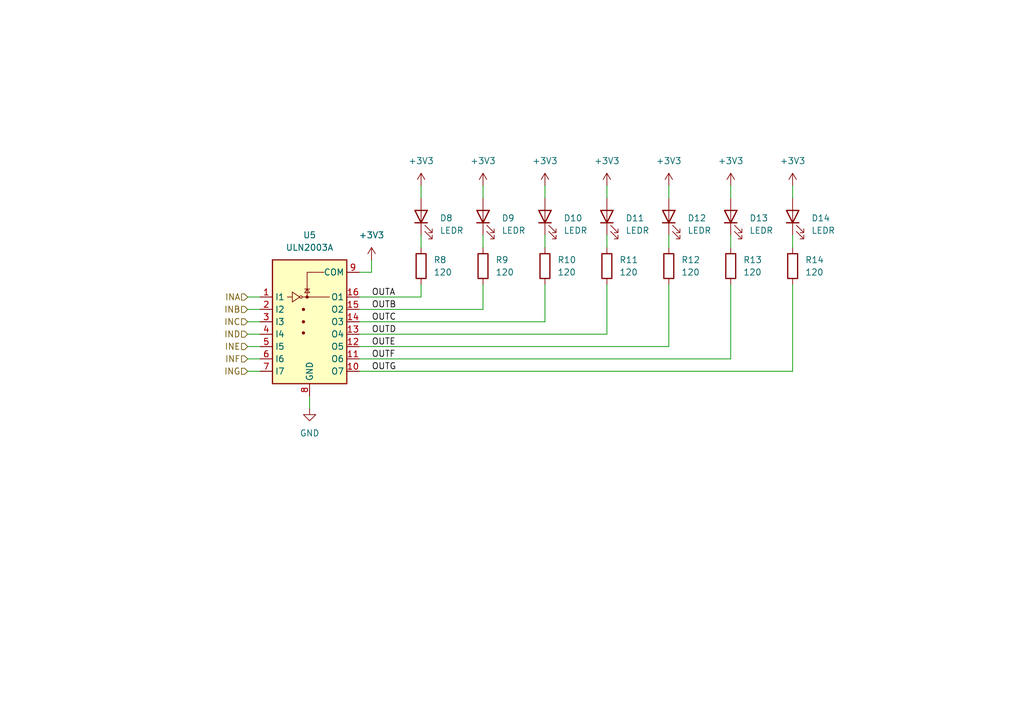
<source format=kicad_sch>
(kicad_sch (version 20231120) (generator "eeschema") (generator_version "8.0")
  (paper "A5")
  (lib_symbols
    (symbol "Device:LED" (pin_numbers hide) (pin_names (offset 1.016) hide)
      (property "Reference" "D" (at 0 2.54 0))
      (property "Value" "LED" (at 0 -2.54 0))
      (symbol "LED_0_1"
        (polyline (pts (xy -1.27 -1.27) (xy -1.27 1.27)) (stroke (width 0.254)))
        (polyline (pts (xy -1.27 0) (xy 1.27 0)))
        (polyline (pts (xy 1.27 -1.27) (xy 1.27 1.27) (xy -1.27 0) (xy 1.27 -1.27)) (stroke (width 0.254)))
        (polyline (pts (xy -3.048 -0.762) (xy -4.572 -2.286) (xy -3.81 -2.286) (xy -4.572 -2.286) (xy -4.572 -1.524)))
        (polyline (pts (xy -1.778 -0.762) (xy -3.302 -2.286) (xy -2.54 -2.286) (xy -3.302 -2.286) (xy -3.302 -1.524)))
      )
      (symbol "LED_1_1"
        (pin passive line (at -3.81 0 0) (length 2.54) (name "K") (number "1"))
        (pin passive line (at 3.81 0 180) (length 2.54) (name "A") (number "2"))
      )
    )
    (symbol "Device:R" (pin_numbers hide) (pin_names (offset 0))
      (property "Reference" "R" (at 2.032 0 90))
      (property "Value" "R" (at 0 0 90))
      (symbol "R_0_1"
        (rectangle (start -1.016 -2.54) (end 1.016 2.54) (stroke (width 0.254)))
      )
      (symbol "R_1_1"
        (pin passive line (at 0 3.81 270) (length 1.27) (name "~") (number "1"))
        (pin passive line (at 0 -3.81 90) (length 1.27) (name "~") (number "2"))
      )
    )
    (symbol "Transistor_Array:ULN2003A"
      (property "Reference" "U" (at 0 15.875 0))
      (property "Value" "ULN2003A" (at 0 13.97 0))
      (symbol "ULN2003A_0_1"
        (rectangle (start -7.62 -12.7) (end 7.62 12.7) (stroke (width 0.254)) (fill (type background)))
        (circle (center -1.778 5.08) (radius 0.254))
        (circle (center -1.27 -2.286) (radius 0.254) (fill (type outline)))
        (circle (center -1.27 0) (radius 0.254) (fill (type outline)))
        (circle (center -1.27 2.54) (radius 0.254) (fill (type outline)))
        (circle (center -0.508 5.08) (radius 0.254) (fill (type outline)))
        (polyline (pts (xy -4.572 5.08) (xy -3.556 5.08)))
        (polyline (pts (xy -1.524 5.08) (xy 4.064 5.08)))
        (polyline (pts (xy 0 6.731) (xy -1.016 6.731)))
        (polyline (pts (xy -0.508 5.08) (xy -0.508 10.16) (xy 2.921 10.16)))
        (polyline (pts (xy -3.556 6.096) (xy -3.556 4.064) (xy -2.032 5.08) (xy -3.556 6.096)))
        (polyline (pts (xy 0 5.969) (xy -1.016 5.969) (xy -0.508 6.731) (xy 0 5.969)))
      )
      (symbol "ULN2003A_1_1"
        (pin input line (at -10.16 5.08 0) (length 2.54) (name "I1") (number "1"))
        (pin open_collector line (at 10.16 -10.16 180) (length 2.54) (name "O7") (number "10"))
        (pin open_collector line (at 10.16 -7.62 180) (length 2.54) (name "O6") (number "11"))
        (pin open_collector line (at 10.16 -5.08 180) (length 2.54) (name "O5") (number "12"))
        (pin open_collector line (at 10.16 -2.54 180) (length 2.54) (name "O4") (number "13"))
        (pin open_collector line (at 10.16 0 180) (length 2.54) (name "O3") (number "14"))
        (pin open_collector line (at 10.16 2.54 180) (length 2.54) (name "O2") (number "15"))
        (pin open_collector line (at 10.16 5.08 180) (length 2.54) (name "O1") (number "16"))
        (pin input line (at -10.16 2.54 0) (length 2.54) (name "I2") (number "2"))
        (pin input line (at -10.16 0 0) (length 2.54) (name "I3") (number "3"))
        (pin input line (at -10.16 -2.54 0) (length 2.54) (name "I4") (number "4"))
        (pin input line (at -10.16 -5.08 0) (length 2.54) (name "I5") (number "5"))
        (pin input line (at -10.16 -7.62 0) (length 2.54) (name "I6") (number "6"))
        (pin input line (at -10.16 -10.16 0) (length 2.54) (name "I7") (number "7"))
        (pin power_in line (at 0 -15.24 90) (length 2.54) (name "GND") (number "8"))
        (pin passive line (at 10.16 10.16 180) (length 2.54) (name "COM") (number "9"))
      )
    )
    (symbol "power:+3V3" (power) (pin_numbers hide) (pin_names (offset 0) hide)
      (property "Value" "+3V3" (at 0 3.556 0))
      (symbol "+3V3_0_1"
        (polyline (pts (xy -0.762 1.27) (xy 0 2.54)))
        (polyline (pts (xy 0 0) (xy 0 2.54)))
        (polyline (pts (xy 0 2.54) (xy 0.762 1.27)))
      )
      (symbol "+3V3_1_1"
        (pin power_in line (at 0 0 90) (length 0) (name "~") (number "1"))
      )
    )
    (symbol "power:GND" (power) (pin_numbers hide) (pin_names (offset 0) hide)
      (property "Value" "GND" (at 0 -3.81 0))
      (symbol "GND_0_1"
        (polyline (pts (xy 0 0) (xy 0 -1.27) (xy 1.27 -1.27) (xy 0 -2.54) (xy -1.27 -1.27) (xy 0 -1.27)))
      )
      (symbol "GND_1_1"
        (pin power_in line (at 0 0 270) (length 0) (name "~") (number "1"))
      )
    )
  )
  (wire (pts (xy 162.56 38.1) (xy 162.56 40.64)))
  (wire (pts (xy 137.16 48.26) (xy 137.16 50.8)))
  (wire (pts (xy 73.66 76.2) (xy 162.56 76.2)))
  (wire (pts (xy 73.66 71.12) (xy 137.16 71.12)))
  (wire (pts (xy 50.8 63.5) (xy 53.34 63.5)))
  (wire (pts (xy 73.66 63.5) (xy 99.06 63.5)))
  (wire (pts (xy 162.56 76.2) (xy 162.56 58.42)))
  (wire (pts (xy 137.16 38.1) (xy 137.16 40.64)))
  (wire (pts (xy 76.2 55.88) (xy 73.66 55.88)))
  (wire (pts (xy 73.66 66.04) (xy 111.76 66.04)))
  (wire (pts (xy 73.66 73.66) (xy 149.86 73.66)))
  (wire (pts (xy 99.06 63.5) (xy 99.06 58.42)))
  (wire (pts (xy 86.36 38.1) (xy 86.36 40.64)))
  (wire (pts (xy 111.76 38.1) (xy 111.76 40.64)))
  (wire (pts (xy 50.8 71.12) (xy 53.34 71.12)))
  (wire (pts (xy 137.16 71.12) (xy 137.16 58.42)))
  (wire (pts (xy 124.46 48.26) (xy 124.46 50.8)))
  (wire (pts (xy 76.2 53.34) (xy 76.2 55.88)))
  (wire (pts (xy 149.86 38.1) (xy 149.86 40.64)))
  (wire (pts (xy 149.86 73.66) (xy 149.86 58.42)))
  (wire (pts (xy 86.36 48.26) (xy 86.36 50.8)))
  (wire (pts (xy 99.06 48.26) (xy 99.06 50.8)))
  (wire (pts (xy 50.8 76.2) (xy 53.34 76.2)))
  (wire (pts (xy 124.46 68.58) (xy 124.46 58.42)))
  (wire (pts (xy 86.36 58.42) (xy 86.36 60.96)))
  (wire (pts (xy 111.76 48.26) (xy 111.76 50.8)))
  (wire (pts (xy 124.46 38.1) (xy 124.46 40.64)))
  (wire (pts (xy 149.86 48.26) (xy 149.86 50.8)))
  (wire (pts (xy 50.8 60.96) (xy 53.34 60.96)))
  (wire (pts (xy 73.66 68.58) (xy 124.46 68.58)))
  (wire (pts (xy 50.8 73.66) (xy 53.34 73.66)))
  (wire (pts (xy 99.06 38.1) (xy 99.06 40.64)))
  (wire (pts (xy 50.8 68.58) (xy 53.34 68.58)))
  (wire (pts (xy 111.76 66.04) (xy 111.76 58.42)))
  (wire (pts (xy 63.5 81.28) (xy 63.5 83.82)))
  (wire (pts (xy 162.56 48.26) (xy 162.56 50.8)))
  (wire (pts (xy 86.36 60.96) (xy 73.66 60.96)))
  (wire (pts (xy 50.8 66.04) (xy 53.34 66.04)))
  (label "OUTB" (at 76.2 63.5 0))
  (label "OUTE" (at 76.2 71.12 0))
  (label "OUTD" (at 76.2 68.58 0))
  (label "OUTA" (at 76.2 60.96 0))
  (label "OUTC" (at 76.2 66.04 0))
  (label "OUTF" (at 76.2 73.66 0))
  (label "OUTG" (at 76.2 76.2 0))
  (hierarchical_label "IND" (shape input) (at 50.8 68.58 180))
  (hierarchical_label "INF" (shape input) (at 50.8 73.66 180))
  (hierarchical_label "INC" (shape input) (at 50.8 66.04 180))
  (hierarchical_label "INA" (shape input) (at 50.8 60.96 180))
  (hierarchical_label "ING" (shape input) (at 50.8 76.2 180))
  (hierarchical_label "INB" (shape input) (at 50.8 63.5 180))
  (hierarchical_label "INE" (shape input) (at 50.8 71.12 180))
  (symbol (lib_id "Device:LED") (at 124.46 44.45 90) (unit 1)
    (property "Reference" "D11" (at 128.27 44.7674 90) (effects (justify right)))
    (property "Value" "LEDR" (at 128.27 47.3074 90) (effects (justify right)))
    (property "Footprint" "LED_SMD:LED_0603_1608Metric" (effects (hide yes)))
    (property "Description" "Light emitting diode" (effects (hide yes)))
    (property "LCSC" "C2286" (effects (hide yes)))
    (instances (project "cpld-display" (path "" (reference "D11") (unit 1)) (path "" (reference "D18") (unit 1)) (path "" (reference "D4") (unit 1))))
  )
  (symbol (lib_id "Device:R") (at 137.16 54.61 0) (unit 1)
    (property "Reference" "R12" (at 139.7 53.3399 0) (effects (justify left)))
    (property "Value" "120" (at 139.7 55.8799 0) (effects (justify left)))
    (property "Footprint" "Resistor_SMD:R_0603_1608Metric" (effects (hide yes)))
    (property "Description" "Resistor" (effects (hide yes)))
    (property "LCSC" "C22787" (effects (hide yes)))
    (instances (project "cpld-display" (path "" (reference "R12") (unit 1)) (path "" (reference "R19") (unit 1)) (path "" (reference "R5") (unit 1))))
  )
  (symbol (lib_id "power:GND") (at 63.5 83.82 0) (unit 1)
    (property "Reference" "#PWR024" (effects (hide yes)))
    (property "Value" "GND" (at 63.5 88.9 0))
    (property "Description" "Power symbol creates a global label with name \"GND\" , ground" (effects (hide yes)))
    (instances (project "cpld-display" (path "" (reference "#PWR024") (unit 1)) (path "" (reference "#PWR033") (unit 1)) (path "" (reference "#PWR015") (unit 1))))
  )
  (symbol (lib_id "Device:LED") (at 111.76 44.45 90) (unit 1)
    (property "Reference" "D10" (at 115.57 44.7674 90) (effects (justify right)))
    (property "Value" "LEDR" (at 115.57 47.3074 90) (effects (justify right)))
    (property "Footprint" "LED_SMD:LED_0603_1608Metric" (effects (hide yes)))
    (property "Description" "Light emitting diode" (effects (hide yes)))
    (property "LCSC" "C2286" (effects (hide yes)))
    (instances (project "cpld-display" (path "" (reference "D10") (unit 1)) (path "" (reference "D17") (unit 1)) (path "" (reference "D3") (unit 1))))
  )
  (symbol (lib_id "Device:R") (at 124.46 54.61 0) (unit 1)
    (property "Reference" "R11" (at 127 53.3399 0) (effects (justify left)))
    (property "Value" "120" (at 127 55.8799 0) (effects (justify left)))
    (property "Footprint" "Resistor_SMD:R_0603_1608Metric" (effects (hide yes)))
    (property "Description" "Resistor" (effects (hide yes)))
    (property "LCSC" "C22787" (effects (hide yes)))
    (instances (project "cpld-display" (path "" (reference "R11") (unit 1)) (path "" (reference "R18") (unit 1)) (path "" (reference "R4") (unit 1))))
  )
  (symbol (lib_id "Device:R") (at 162.56 54.61 0) (unit 1)
    (property "Reference" "R14" (at 165.1 53.3399 0) (effects (justify left)))
    (property "Value" "120" (at 165.1 55.8799 0) (effects (justify left)))
    (property "Footprint" "Resistor_SMD:R_0603_1608Metric" (effects (hide yes)))
    (property "Description" "Resistor" (effects (hide yes)))
    (property "LCSC" "C22787" (effects (hide yes)))
    (instances (project "cpld-display" (path "" (reference "R14") (unit 1)) (path "" (reference "R21") (unit 1)) (path "" (reference "R7") (unit 1))))
  )
  (symbol (lib_id "Device:LED") (at 137.16 44.45 90) (unit 1)
    (property "Reference" "D12" (at 140.97 44.7674 90) (effects (justify right)))
    (property "Value" "LEDR" (at 140.97 47.3074 90) (effects (justify right)))
    (property "Footprint" "LED_SMD:LED_0603_1608Metric" (effects (hide yes)))
    (property "Description" "Light emitting diode" (effects (hide yes)))
    (property "LCSC" "C2286" (effects (hide yes)))
    (instances (project "cpld-display" (path "" (reference "D12") (unit 1)) (path "" (reference "D19") (unit 1)) (path "" (reference "D5") (unit 1))))
  )
  (symbol (lib_id "power:+3V3") (at 111.76 38.1 0) (unit 1)
    (property "Reference" "#PWR028" (effects (hide yes)))
    (property "Value" "+3V3" (at 111.76 33.02 0))
    (property "Description" "Power symbol creates a global label with name \"+3V3\"" (effects (hide yes)))
    (instances (project "cpld-display" (path "" (reference "#PWR028") (unit 1)) (path "" (reference "#PWR037") (unit 1)) (path "" (reference "#PWR019") (unit 1))))
  )
  (symbol (lib_id "Device:R") (at 86.36 54.61 0) (unit 1)
    (property "Reference" "R8" (at 88.9 53.3399 0) (effects (justify left)))
    (property "Value" "120" (at 88.9 55.8799 0) (effects (justify left)))
    (property "Footprint" "Resistor_SMD:R_0603_1608Metric" (effects (hide yes)))
    (property "Description" "Resistor" (effects (hide yes)))
    (property "LCSC" "C22787" (effects (hide yes)))
    (instances (project "cpld-display" (path "" (reference "R8") (unit 1)) (path "" (reference "R15") (unit 1)) (path "" (reference "R1") (unit 1))))
  )
  (symbol (lib_id "power:+3V3") (at 76.2 53.34 0) (unit 1)
    (property "Reference" "#PWR025" (effects (hide yes)))
    (property "Value" "+3V3" (at 76.2 48.26 0))
    (property "Description" "Power symbol creates a global label with name \"+3V3\"" (effects (hide yes)))
    (instances (project "cpld-display" (path "" (reference "#PWR025") (unit 1)) (path "" (reference "#PWR034") (unit 1)) (path "" (reference "#PWR016") (unit 1))))
  )
  (symbol (lib_id "power:+3V3") (at 162.56 38.1 0) (unit 1)
    (property "Reference" "#PWR032" (effects (hide yes)))
    (property "Value" "+3V3" (at 162.56 33.02 0))
    (property "Description" "Power symbol creates a global label with name \"+3V3\"" (effects (hide yes)))
    (instances (project "cpld-display" (path "" (reference "#PWR032") (unit 1)) (path "" (reference "#PWR041") (unit 1)) (path "" (reference "#PWR023") (unit 1))))
  )
  (symbol (lib_id "Device:R") (at 149.86 54.61 0) (unit 1)
    (property "Reference" "R13" (at 152.4 53.3399 0) (effects (justify left)))
    (property "Value" "120" (at 152.4 55.8799 0) (effects (justify left)))
    (property "Footprint" "Resistor_SMD:R_0603_1608Metric" (effects (hide yes)))
    (property "Description" "Resistor" (effects (hide yes)))
    (property "LCSC" "C22787" (effects (hide yes)))
    (instances (project "cpld-display" (path "" (reference "R13") (unit 1)) (path "" (reference "R20") (unit 1)) (path "" (reference "R6") (unit 1))))
  )
  (symbol (lib_id "Device:LED") (at 162.56 44.45 90) (unit 1)
    (property "Reference" "D14" (at 166.37 44.7674 90) (effects (justify right)))
    (property "Value" "LEDR" (at 166.37 47.3074 90) (effects (justify right)))
    (property "Footprint" "LED_SMD:LED_0603_1608Metric" (effects (hide yes)))
    (property "Description" "Light emitting diode" (effects (hide yes)))
    (property "LCSC" "C2286" (effects (hide yes)))
    (instances (project "cpld-display" (path "" (reference "D14") (unit 1)) (path "" (reference "D21") (unit 1)) (path "" (reference "D7") (unit 1))))
  )
  (symbol (lib_id "Device:LED") (at 99.06 44.45 90) (unit 1)
    (property "Reference" "D9" (at 102.87 44.7674 90) (effects (justify right)))
    (property "Value" "LEDR" (at 102.87 47.3074 90) (effects (justify right)))
    (property "Footprint" "LED_SMD:LED_0603_1608Metric" (effects (hide yes)))
    (property "Description" "Light emitting diode" (effects (hide yes)))
    (property "LCSC" "C2286" (effects (hide yes)))
    (instances (project "cpld-display" (path "" (reference "D9") (unit 1)) (path "" (reference "D16") (unit 1)) (path "" (reference "D2") (unit 1))))
  )
  (symbol (lib_id "Transistor_Array:ULN2003A") (at 63.5 66.04 0) (unit 1)
    (property "Reference" "U5" (at 63.5 48.26 0))
    (property "Value" "ULN2003A" (at 63.5 50.8 0))
    (property "Footprint" "Package_SO:SOIC-16_3.9x9.9mm_P1.27mm" (effects (hide yes)))
    (property "Datasheet" "http://www.ti.com/lit/ds/symlink/uln2003a.pdf" (effects (hide yes)))
    (property "Description" "High Voltage, High Current Darlington Transistor Arrays, SOIC16/SOIC16W/DIP16/TSSOP16" (effects (hide yes)))
    (property "LCSC" "C7512" (effects (hide yes)))
    (instances (project "cpld-display" (path "" (reference "U5") (unit 1)) (path "" (reference "U6") (unit 1)) (path "" (reference "U4") (unit 1))))
  )
  (symbol (lib_id "power:+3V3") (at 137.16 38.1 0) (unit 1)
    (property "Reference" "#PWR030" (effects (hide yes)))
    (property "Value" "+3V3" (at 137.16 33.02 0))
    (property "Description" "Power symbol creates a global label with name \"+3V3\"" (effects (hide yes)))
    (instances (project "cpld-display" (path "" (reference "#PWR030") (unit 1)) (path "" (reference "#PWR039") (unit 1)) (path "" (reference "#PWR021") (unit 1))))
  )
  (symbol (lib_id "power:+3V3") (at 124.46 38.1 0) (unit 1)
    (property "Reference" "#PWR029" (effects (hide yes)))
    (property "Value" "+3V3" (at 124.46 33.02 0))
    (property "Description" "Power symbol creates a global label with name \"+3V3\"" (effects (hide yes)))
    (instances (project "cpld-display" (path "" (reference "#PWR029") (unit 1)) (path "" (reference "#PWR038") (unit 1)) (path "" (reference "#PWR020") (unit 1))))
  )
  (symbol (lib_id "Device:LED") (at 149.86 44.45 90) (unit 1)
    (property "Reference" "D13" (at 153.67 44.7674 90) (effects (justify right)))
    (property "Value" "LEDR" (at 153.67 47.3074 90) (effects (justify right)))
    (property "Footprint" "LED_SMD:LED_0603_1608Metric" (effects (hide yes)))
    (property "Description" "Light emitting diode" (effects (hide yes)))
    (property "LCSC" "C2286" (effects (hide yes)))
    (instances (project "cpld-display" (path "" (reference "D13") (unit 1)) (path "" (reference "D20") (unit 1)) (path "" (reference "D6") (unit 1))))
  )
  (symbol (lib_id "Device:LED") (at 86.36 44.45 90) (unit 1)
    (property "Reference" "D8" (at 90.17 44.7674 90) (effects (justify right)))
    (property "Value" "LEDR" (at 90.17 47.3074 90) (effects (justify right)))
    (property "Footprint" "LED_SMD:LED_0603_1608Metric" (effects (hide yes)))
    (property "Description" "Light emitting diode" (effects (hide yes)))
    (property "LCSC" "C2286" (effects (hide yes)))
    (instances (project "cpld-display" (path "" (reference "D8") (unit 1)) (path "" (reference "D15") (unit 1)) (path "" (reference "D1") (unit 1))))
  )
  (symbol (lib_id "power:+3V3") (at 99.06 38.1 0) (unit 1)
    (property "Reference" "#PWR027" (effects (hide yes)))
    (property "Value" "+3V3" (at 99.06 33.02 0))
    (property "Description" "Power symbol creates a global label with name \"+3V3\"" (effects (hide yes)))
    (instances (project "cpld-display" (path "" (reference "#PWR027") (unit 1)) (path "" (reference "#PWR036") (unit 1)) (path "" (reference "#PWR018") (unit 1))))
  )
  (symbol (lib_id "Device:R") (at 111.76 54.61 0) (unit 1)
    (property "Reference" "R10" (at 114.3 53.3399 0) (effects (justify left)))
    (property "Value" "120" (at 114.3 55.8799 0) (effects (justify left)))
    (property "Footprint" "Resistor_SMD:R_0603_1608Metric" (effects (hide yes)))
    (property "Description" "Resistor" (effects (hide yes)))
    (property "LCSC" "C22787" (effects (hide yes)))
    (instances (project "cpld-display" (path "" (reference "R10") (unit 1)) (path "" (reference "R17") (unit 1)) (path "" (reference "R3") (unit 1))))
  )
  (symbol (lib_id "power:+3V3") (at 86.36 38.1 0) (unit 1)
    (property "Reference" "#PWR026" (effects (hide yes)))
    (property "Value" "+3V3" (at 86.36 33.02 0))
    (property "Description" "Power symbol creates a global label with name \"+3V3\"" (effects (hide yes)))
    (instances (project "cpld-display" (path "" (reference "#PWR026") (unit 1)) (path "" (reference "#PWR035") (unit 1)) (path "" (reference "#PWR017") (unit 1))))
  )
  (symbol (lib_id "Device:R") (at 99.06 54.61 0) (unit 1)
    (property "Reference" "R9" (at 101.6 53.3399 0) (effects (justify left)))
    (property "Value" "120" (at 101.6 55.8799 0) (effects (justify left)))
    (property "Footprint" "Resistor_SMD:R_0603_1608Metric" (effects (hide yes)))
    (property "Description" "Resistor" (effects (hide yes)))
    (property "LCSC" "C22787" (effects (hide yes)))
    (instances (project "cpld-display" (path "" (reference "R9") (unit 1)) (path "" (reference "R16") (unit 1)) (path "" (reference "R2") (unit 1))))
  )
  (symbol (lib_id "power:+3V3") (at 149.86 38.1 0) (unit 1)
    (property "Reference" "#PWR031" (effects (hide yes)))
    (property "Value" "+3V3" (at 149.86 33.02 0))
    (property "Description" "Power symbol creates a global label with name \"+3V3\"" (effects (hide yes)))
    (instances (project "cpld-display" (path "" (reference "#PWR031") (unit 1)) (path "" (reference "#PWR040") (unit 1)) (path "" (reference "#PWR022") (unit 1))))
  )
)
</source>
